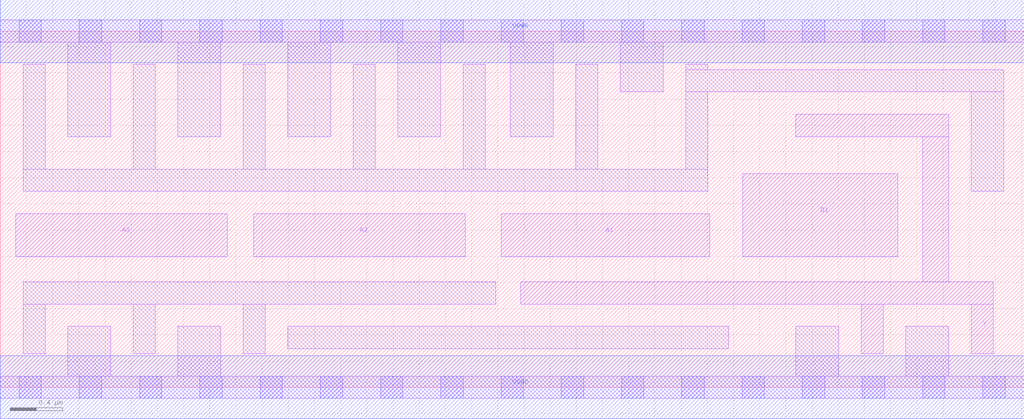
<source format=lef>
# Copyright 2020 The SkyWater PDK Authors
#
# Licensed under the Apache License, Version 2.0 (the "License");
# you may not use this file except in compliance with the License.
# You may obtain a copy of the License at
#
#     https://www.apache.org/licenses/LICENSE-2.0
#
# Unless required by applicable law or agreed to in writing, software
# distributed under the License is distributed on an "AS IS" BASIS,
# WITHOUT WARRANTIES OR CONDITIONS OF ANY KIND, either express or implied.
# See the License for the specific language governing permissions and
# limitations under the License.
#
# SPDX-License-Identifier: Apache-2.0

VERSION 5.7 ;
  NOWIREEXTENSIONATPIN ON ;
  DIVIDERCHAR "/" ;
  BUSBITCHARS "[]" ;
UNITS
  DATABASE MICRONS 200 ;
END UNITS
MACRO sky130_fd_sc_hd__a31oi_4
  CLASS CORE ;
  FOREIGN sky130_fd_sc_hd__a31oi_4 ;
  ORIGIN  0.000000  0.000000 ;
  SIZE  7.820000 BY  2.720000 ;
  SYMMETRY X Y R90 ;
  SITE unithd ;
  PIN A1
    ANTENNAGATEAREA  0.990000 ;
    DIRECTION INPUT ;
    USE SIGNAL ;
    PORT
      LAYER li1 ;
        RECT 3.825000 0.995000 5.420000 1.325000 ;
    END
  END A1
  PIN A2
    ANTENNAGATEAREA  0.990000 ;
    DIRECTION INPUT ;
    USE SIGNAL ;
    PORT
      LAYER li1 ;
        RECT 1.935000 0.995000 3.550000 1.325000 ;
    END
  END A2
  PIN A3
    ANTENNAGATEAREA  0.990000 ;
    DIRECTION INPUT ;
    USE SIGNAL ;
    PORT
      LAYER li1 ;
        RECT 0.120000 0.995000 1.735000 1.325000 ;
    END
  END A3
  PIN B1
    ANTENNAGATEAREA  0.990000 ;
    DIRECTION INPUT ;
    USE SIGNAL ;
    PORT
      LAYER li1 ;
        RECT 5.670000 0.995000 6.855000 1.630000 ;
    END
  END B1
  PIN Y
    ANTENNADIFFAREA  1.443500 ;
    DIRECTION OUTPUT ;
    USE SIGNAL ;
    PORT
      LAYER li1 ;
        RECT 3.975000 0.635000 7.585000 0.805000 ;
        RECT 6.075000 1.915000 7.245000 2.085000 ;
        RECT 6.575000 0.255000 6.745000 0.635000 ;
        RECT 7.045000 0.805000 7.245000 1.915000 ;
        RECT 7.415000 0.255000 7.585000 0.635000 ;
    END
  END Y
  PIN VGND
    DIRECTION INOUT ;
    SHAPE ABUTMENT ;
    USE GROUND ;
    PORT
      LAYER met1 ;
        RECT 0.000000 -0.240000 7.820000 0.240000 ;
    END
  END VGND
  PIN VPWR
    DIRECTION INOUT ;
    SHAPE ABUTMENT ;
    USE POWER ;
    PORT
      LAYER met1 ;
        RECT 0.000000 2.480000 7.820000 2.960000 ;
    END
  END VPWR
  OBS
    LAYER li1 ;
      RECT 0.000000 -0.085000 7.820000 0.085000 ;
      RECT 0.000000  2.635000 7.820000 2.805000 ;
      RECT 0.175000  0.255000 0.345000 0.635000 ;
      RECT 0.175000  0.635000 3.785000 0.805000 ;
      RECT 0.175000  1.495000 5.405000 1.665000 ;
      RECT 0.175000  1.665000 0.345000 2.465000 ;
      RECT 0.515000  0.085000 0.845000 0.465000 ;
      RECT 0.515000  1.915000 0.845000 2.635000 ;
      RECT 1.015000  0.255000 1.185000 0.635000 ;
      RECT 1.015000  1.665000 1.185000 2.465000 ;
      RECT 1.355000  0.085000 1.685000 0.465000 ;
      RECT 1.355000  1.915000 1.685000 2.635000 ;
      RECT 1.855000  0.255000 2.025000 0.635000 ;
      RECT 1.855000  1.665000 2.025000 2.465000 ;
      RECT 2.195000  0.295000 5.565000 0.465000 ;
      RECT 2.195000  1.915000 2.525000 2.635000 ;
      RECT 2.695000  1.665000 2.865000 2.465000 ;
      RECT 3.035000  1.915000 3.365000 2.635000 ;
      RECT 3.535000  1.665000 3.705000 2.465000 ;
      RECT 3.895000  1.915000 4.225000 2.635000 ;
      RECT 4.395000  1.665000 4.565000 2.465000 ;
      RECT 4.735000  2.255000 5.065000 2.635000 ;
      RECT 5.235000  1.665000 5.405000 2.255000 ;
      RECT 5.235000  2.255000 7.665000 2.425000 ;
      RECT 5.235000  2.425000 5.405000 2.465000 ;
      RECT 6.075000  0.085000 6.405000 0.465000 ;
      RECT 6.915000  0.085000 7.245000 0.465000 ;
      RECT 7.415000  1.495000 7.665000 2.255000 ;
    LAYER mcon ;
      RECT 0.145000 -0.085000 0.315000 0.085000 ;
      RECT 0.145000  2.635000 0.315000 2.805000 ;
      RECT 0.605000 -0.085000 0.775000 0.085000 ;
      RECT 0.605000  2.635000 0.775000 2.805000 ;
      RECT 1.065000 -0.085000 1.235000 0.085000 ;
      RECT 1.065000  2.635000 1.235000 2.805000 ;
      RECT 1.525000 -0.085000 1.695000 0.085000 ;
      RECT 1.525000  2.635000 1.695000 2.805000 ;
      RECT 1.985000 -0.085000 2.155000 0.085000 ;
      RECT 1.985000  2.635000 2.155000 2.805000 ;
      RECT 2.445000 -0.085000 2.615000 0.085000 ;
      RECT 2.445000  2.635000 2.615000 2.805000 ;
      RECT 2.905000 -0.085000 3.075000 0.085000 ;
      RECT 2.905000  2.635000 3.075000 2.805000 ;
      RECT 3.365000 -0.085000 3.535000 0.085000 ;
      RECT 3.365000  2.635000 3.535000 2.805000 ;
      RECT 3.825000 -0.085000 3.995000 0.085000 ;
      RECT 3.825000  2.635000 3.995000 2.805000 ;
      RECT 4.285000 -0.085000 4.455000 0.085000 ;
      RECT 4.285000  2.635000 4.455000 2.805000 ;
      RECT 4.745000 -0.085000 4.915000 0.085000 ;
      RECT 4.745000  2.635000 4.915000 2.805000 ;
      RECT 5.205000 -0.085000 5.375000 0.085000 ;
      RECT 5.205000  2.635000 5.375000 2.805000 ;
      RECT 5.665000 -0.085000 5.835000 0.085000 ;
      RECT 5.665000  2.635000 5.835000 2.805000 ;
      RECT 6.125000 -0.085000 6.295000 0.085000 ;
      RECT 6.125000  2.635000 6.295000 2.805000 ;
      RECT 6.585000 -0.085000 6.755000 0.085000 ;
      RECT 6.585000  2.635000 6.755000 2.805000 ;
      RECT 7.045000 -0.085000 7.215000 0.085000 ;
      RECT 7.045000  2.635000 7.215000 2.805000 ;
      RECT 7.505000 -0.085000 7.675000 0.085000 ;
      RECT 7.505000  2.635000 7.675000 2.805000 ;
  END
END sky130_fd_sc_hd__a31oi_4
END LIBRARY

</source>
